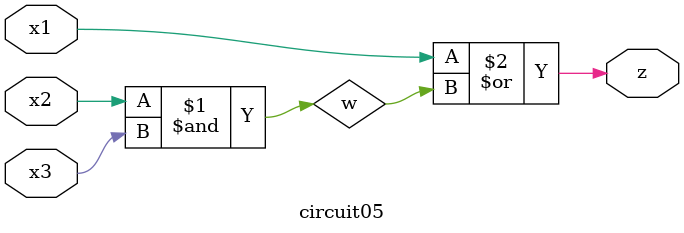
<source format=v>
module circuit05(x1, x2, x3, z);
input x1, x2, x3;
output z;
wire w;

    and a(w, x2, x3);
    or b(z, x1, w);

endmodule

</source>
